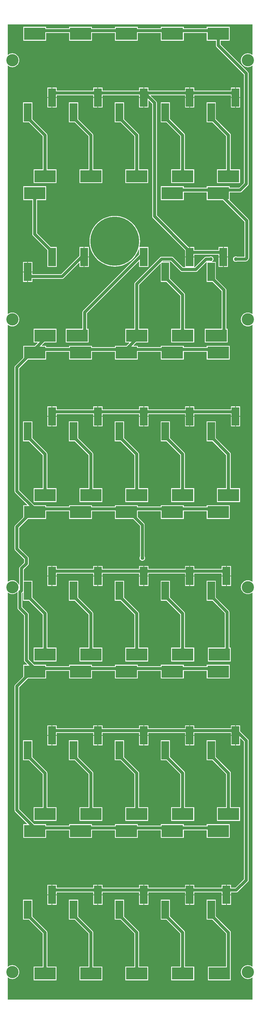
<source format=gtl>
%FSLAX44Y44*%
%MOMM*%
G71*
G01*
G75*
G04 Layer_Physical_Order=1*
G04 Layer_Color=255*
%ADD10R,2.5000X6.0000*%
%ADD11R,6.9850X4.0000*%
%ADD12C,1.0000*%
%ADD13C,16.0000*%
%ADD14C,4.0000*%
%ADD15C,1.2700*%
G36*
X810000Y3091834D02*
X808852Y3091291D01*
X807583Y3092332D01*
X803668Y3094425D01*
X799419Y3095714D01*
X795000Y3096149D01*
X790582Y3095714D01*
X786333Y3094425D01*
X782417Y3092332D01*
X778985Y3089515D01*
X776168Y3086083D01*
X774075Y3082167D01*
X772786Y3077919D01*
X772351Y3073500D01*
X772786Y3069081D01*
X774075Y3064832D01*
X776168Y3060917D01*
X778985Y3057485D01*
X782417Y3054668D01*
X786333Y3052575D01*
X790582Y3051286D01*
X795000Y3050851D01*
X799419Y3051286D01*
X803668Y3052575D01*
X807583Y3054668D01*
X808852Y3055709D01*
X810000Y3055166D01*
Y2246334D01*
X808852Y2245791D01*
X807583Y2246832D01*
X803668Y2248925D01*
X799419Y2250214D01*
X795000Y2250649D01*
X790582Y2250214D01*
X786333Y2248925D01*
X782417Y2246832D01*
X778985Y2244015D01*
X776168Y2240583D01*
X774075Y2236667D01*
X772786Y2232419D01*
X772351Y2228000D01*
X772786Y2223581D01*
X774075Y2219333D01*
X776168Y2215417D01*
X778985Y2211985D01*
X782417Y2209168D01*
X786333Y2207075D01*
X790582Y2205786D01*
X795000Y2205351D01*
X799419Y2205786D01*
X803668Y2207075D01*
X807583Y2209168D01*
X808852Y2210209D01*
X810000Y2209666D01*
Y1373334D01*
X808852Y1372791D01*
X807583Y1373832D01*
X803668Y1375925D01*
X799419Y1377214D01*
X795000Y1377649D01*
X790582Y1377214D01*
X786333Y1375925D01*
X782417Y1373832D01*
X778985Y1371015D01*
X776168Y1367583D01*
X774075Y1363667D01*
X772786Y1359419D01*
X772351Y1355000D01*
X772786Y1350581D01*
X774075Y1346333D01*
X776168Y1342417D01*
X778985Y1338985D01*
X782417Y1336168D01*
X786333Y1334075D01*
X790582Y1332786D01*
X795000Y1332351D01*
X799419Y1332786D01*
X803668Y1334075D01*
X807583Y1336168D01*
X808852Y1337209D01*
X810000Y1336666D01*
Y118334D01*
X808852Y117791D01*
X807583Y118832D01*
X803668Y120925D01*
X799419Y122214D01*
X795000Y122649D01*
X790582Y122214D01*
X786333Y120925D01*
X782417Y118832D01*
X778985Y116015D01*
X776168Y112583D01*
X774075Y108667D01*
X772786Y104418D01*
X772351Y100000D01*
X772786Y95581D01*
X774075Y91333D01*
X776168Y87417D01*
X778985Y83985D01*
X782417Y81168D01*
X786333Y79075D01*
X790582Y77786D01*
X795000Y77351D01*
X799419Y77786D01*
X803668Y79075D01*
X807583Y81168D01*
X808852Y82209D01*
X810000Y81666D01*
Y10000D01*
X10000D01*
Y81666D01*
X11148Y82209D01*
X12417Y81168D01*
X16333Y79075D01*
X20582Y77786D01*
X25000Y77351D01*
X29419Y77786D01*
X33668Y79075D01*
X37583Y81168D01*
X41015Y83985D01*
X43832Y87417D01*
X45925Y91333D01*
X47214Y95581D01*
X47649Y100000D01*
X47214Y104418D01*
X45925Y108667D01*
X43832Y112583D01*
X41015Y116015D01*
X37583Y118832D01*
X33668Y120925D01*
X29419Y122214D01*
X25000Y122649D01*
X20582Y122214D01*
X16333Y120925D01*
X12417Y118832D01*
X11148Y117791D01*
X10000Y118334D01*
Y1336666D01*
X11148Y1337209D01*
X12417Y1336168D01*
X16333Y1334075D01*
X20582Y1332786D01*
X25000Y1332351D01*
X29419Y1332786D01*
X33668Y1334075D01*
X37583Y1336168D01*
X41015Y1338985D01*
X41161Y1339162D01*
X41425Y1339128D01*
X42395Y1338781D01*
Y1287000D01*
X42654Y1285032D01*
X42877Y1284494D01*
X43414Y1283197D01*
X44622Y1281622D01*
X63395Y1262850D01*
Y1117020D01*
X63654Y1115052D01*
X63877Y1114514D01*
X64414Y1113217D01*
X65622Y1111642D01*
X73791Y1103473D01*
X73306Y1102300D01*
X60635D01*
Y1063210D01*
X34622Y1037198D01*
X33414Y1035622D01*
X32877Y1034325D01*
X32654Y1033788D01*
X32395Y1031820D01*
Y628020D01*
X32654Y626052D01*
X32877Y625514D01*
X33414Y624217D01*
X34622Y622642D01*
X73791Y583473D01*
X73306Y582300D01*
X60635D01*
Y537220D01*
X135565D01*
Y562315D01*
X210635D01*
Y537220D01*
X285565D01*
Y562315D01*
X360635D01*
Y537220D01*
X435565D01*
Y562315D01*
X510635D01*
Y537220D01*
X585565D01*
Y562315D01*
X660635D01*
Y537220D01*
X735565D01*
Y582300D01*
X660635D01*
Y577525D01*
X585565D01*
Y582300D01*
X510635D01*
Y577525D01*
X435565D01*
Y582300D01*
X360635D01*
Y577525D01*
X285565D01*
Y582300D01*
X210635D01*
Y577525D01*
X135565D01*
Y582300D01*
X96475D01*
X47605Y631170D01*
Y1028670D01*
X76155Y1057220D01*
X135565D01*
Y1082315D01*
X210635D01*
Y1057220D01*
X285565D01*
Y1082315D01*
X360635D01*
Y1057220D01*
X435565D01*
Y1082315D01*
X510635D01*
Y1057220D01*
X585565D01*
Y1082315D01*
X660635D01*
Y1057220D01*
X735565D01*
Y1102300D01*
X660635D01*
Y1097525D01*
X585565D01*
Y1102300D01*
X510635D01*
Y1097525D01*
X435565D01*
Y1102300D01*
X360635D01*
Y1097525D01*
X285565D01*
Y1102300D01*
X210635D01*
Y1097525D01*
X135565D01*
Y1102300D01*
X96475D01*
X78605Y1120170D01*
Y1266000D01*
X78346Y1267968D01*
X77901Y1269043D01*
X77586Y1269802D01*
X76378Y1271378D01*
X57605Y1290150D01*
Y1335850D01*
X59027Y1337272D01*
X60200Y1336785D01*
Y1310680D01*
X79245D01*
X124295Y1265630D01*
Y1157780D01*
X94435D01*
Y1112700D01*
X169365D01*
Y1157780D01*
X139505D01*
Y1268780D01*
X139246Y1270748D01*
X139023Y1271286D01*
X138486Y1272582D01*
X137278Y1274158D01*
X90280Y1321155D01*
Y1375760D01*
X62605D01*
Y1412850D01*
X76378Y1426622D01*
X77586Y1428197D01*
X77901Y1428957D01*
X78346Y1430032D01*
X78605Y1432000D01*
Y1449190D01*
X78346Y1451158D01*
X77966Y1452075D01*
X77586Y1452993D01*
X76378Y1454568D01*
X47605Y1483340D01*
Y1548670D01*
X76155Y1577220D01*
X135565D01*
Y1602315D01*
X210635D01*
Y1577220D01*
X285565D01*
Y1602315D01*
X360635D01*
Y1577220D01*
X420045D01*
X442395Y1554870D01*
Y1454692D01*
X442235Y1454483D01*
X441339Y1452321D01*
X441033Y1450000D01*
X441339Y1447679D01*
X442235Y1445517D01*
X443660Y1443660D01*
X445517Y1442235D01*
X447679Y1441339D01*
X450000Y1441033D01*
X452321Y1441339D01*
X454483Y1442235D01*
X456340Y1443660D01*
X457765Y1445517D01*
X458661Y1447679D01*
X458967Y1450000D01*
X458661Y1452321D01*
X457765Y1454483D01*
X457605Y1454692D01*
Y1558020D01*
X457346Y1559988D01*
X456966Y1560905D01*
X456586Y1561823D01*
X455378Y1563398D01*
X435565Y1583210D01*
Y1602315D01*
X510635D01*
Y1577220D01*
X585565D01*
Y1602315D01*
X660635D01*
Y1577220D01*
X735565D01*
Y1622300D01*
X660635D01*
Y1617525D01*
X585565D01*
Y1622300D01*
X510635D01*
Y1617525D01*
X435565D01*
Y1622300D01*
X360635D01*
Y1617525D01*
X285565D01*
Y1622300D01*
X210635D01*
Y1617525D01*
X135565D01*
Y1622300D01*
X96475D01*
X47605Y1671170D01*
Y2068670D01*
X76155Y2097220D01*
X135565D01*
Y2122315D01*
X210635D01*
Y2097220D01*
X285565D01*
Y2122315D01*
X360635D01*
Y2097220D01*
X435565D01*
Y2122315D01*
X510635D01*
Y2097220D01*
X585565D01*
Y2122315D01*
X660635D01*
Y2097220D01*
X735565D01*
Y2142300D01*
X660635D01*
Y2137525D01*
X585565D01*
Y2142300D01*
X510635D01*
Y2137525D01*
X435565D01*
Y2142300D01*
X421535D01*
X421049Y2143473D01*
X430275Y2152700D01*
X469365D01*
Y2197780D01*
X439505D01*
Y2340750D01*
X509027Y2410271D01*
X510200Y2409785D01*
Y2350680D01*
X529245D01*
X574295Y2305630D01*
Y2197780D01*
X544435D01*
Y2152700D01*
X619365D01*
Y2197780D01*
X589505D01*
Y2308780D01*
X589246Y2310748D01*
X588801Y2311823D01*
X588486Y2312583D01*
X587278Y2314158D01*
X540280Y2361155D01*
Y2415760D01*
X516175D01*
X515935Y2416339D01*
X516640Y2417395D01*
X542850D01*
X574622Y2385622D01*
X576198Y2384414D01*
X576957Y2384099D01*
X578032Y2383654D01*
X580000Y2383395D01*
X625000D01*
X626968Y2383654D01*
X627506Y2383877D01*
X628802Y2384414D01*
X630378Y2385622D01*
X659027Y2414272D01*
X660200Y2413786D01*
Y2350680D01*
X679245D01*
X709395Y2320530D01*
Y2197780D01*
X654435D01*
Y2152700D01*
X729365D01*
Y2197780D01*
X724605D01*
Y2323680D01*
X724346Y2325648D01*
X723966Y2326566D01*
X723586Y2327482D01*
X722378Y2329058D01*
X690280Y2361155D01*
Y2415760D01*
X678178D01*
X677930Y2417006D01*
X678483Y2417235D01*
X680340Y2418660D01*
X681765Y2420517D01*
X682661Y2422679D01*
X682967Y2425000D01*
X682661Y2427321D01*
X681765Y2429483D01*
X680340Y2431340D01*
X678483Y2432765D01*
X676321Y2433661D01*
X674000Y2433967D01*
X671679Y2433661D01*
X669517Y2432765D01*
X669308Y2432605D01*
X659000D01*
X657032Y2432346D01*
X655957Y2431901D01*
X655198Y2431586D01*
X653622Y2430378D01*
X621850Y2398605D01*
X620435D01*
X619800Y2399240D01*
X619800Y2399503D01*
X619800Y2399503D01*
X619800D01*
Y2430510D01*
X589720D01*
Y2399503D01*
X589720Y2399503D01*
X589720D01*
X589720Y2399240D01*
X589085Y2398605D01*
X583150D01*
X551378Y2430378D01*
X549803Y2431586D01*
X548506Y2432123D01*
X547968Y2432346D01*
X546000Y2432605D01*
X513000D01*
X511032Y2432346D01*
X510494Y2432123D01*
X509198Y2431586D01*
X507622Y2430378D01*
X426522Y2349278D01*
X425314Y2347702D01*
X424777Y2346406D01*
X424554Y2345868D01*
X424295Y2343900D01*
Y2197780D01*
X394435D01*
Y2152700D01*
X407105D01*
X407592Y2151527D01*
X398365Y2142300D01*
X360635D01*
Y2137525D01*
X285565D01*
Y2142300D01*
X210635D01*
Y2137525D01*
X135565D01*
Y2142300D01*
X121535D01*
X121048Y2143473D01*
X130275Y2152700D01*
X169365D01*
Y2197780D01*
X94435D01*
Y2152700D01*
X107106D01*
X107591Y2151527D01*
X98365Y2142300D01*
X60635D01*
Y2103210D01*
X34622Y2077198D01*
X33414Y2075623D01*
X32877Y2074326D01*
X32654Y2073788D01*
X32395Y2071820D01*
Y1668020D01*
X32654Y1666052D01*
X32877Y1665514D01*
X33414Y1664218D01*
X34622Y1662642D01*
X73791Y1623473D01*
X73306Y1622300D01*
X60635D01*
Y1583210D01*
X34622Y1557198D01*
X33414Y1555623D01*
X32877Y1554326D01*
X32654Y1553788D01*
X32395Y1551820D01*
Y1480190D01*
X32654Y1478222D01*
X32877Y1477684D01*
X33414Y1476387D01*
X34622Y1474812D01*
X63395Y1446040D01*
Y1435150D01*
X49622Y1421378D01*
X48414Y1419803D01*
X47877Y1418506D01*
X47654Y1417968D01*
X47395Y1416000D01*
Y1363150D01*
X46139Y1362963D01*
X45925Y1363667D01*
X43832Y1367583D01*
X41015Y1371015D01*
X37583Y1373832D01*
X33668Y1375925D01*
X29419Y1377214D01*
X25000Y1377649D01*
X20582Y1377214D01*
X16333Y1375925D01*
X12417Y1373832D01*
X11148Y1372791D01*
X10000Y1373334D01*
Y2209666D01*
X11148Y2210209D01*
X12417Y2209168D01*
X16333Y2207075D01*
X20582Y2205786D01*
X25000Y2205351D01*
X29419Y2205786D01*
X33668Y2207075D01*
X37583Y2209168D01*
X41015Y2211985D01*
X43832Y2215417D01*
X45925Y2219333D01*
X47214Y2223581D01*
X47649Y2228000D01*
X47214Y2232419D01*
X45925Y2236667D01*
X43832Y2240583D01*
X41015Y2244015D01*
X37583Y2246832D01*
X33668Y2248925D01*
X29419Y2250214D01*
X25000Y2250649D01*
X20582Y2250214D01*
X16333Y2248925D01*
X12417Y2246832D01*
X11148Y2245791D01*
X10000Y2246334D01*
Y3055166D01*
X11148Y3055709D01*
X12417Y3054668D01*
X16333Y3052575D01*
X20582Y3051286D01*
X25000Y3050851D01*
X29419Y3051286D01*
X33668Y3052575D01*
X37583Y3054668D01*
X41015Y3057485D01*
X43832Y3060917D01*
X45925Y3064832D01*
X47214Y3069081D01*
X47649Y3073500D01*
X47214Y3077919D01*
X45925Y3082167D01*
X43832Y3086083D01*
X41015Y3089515D01*
X37583Y3092332D01*
X33668Y3094425D01*
X29419Y3095714D01*
X25000Y3096149D01*
X20582Y3095714D01*
X16333Y3094425D01*
X12417Y3092332D01*
X11148Y3091291D01*
X10000Y3091834D01*
Y3190000D01*
X810000D01*
Y3091834D01*
D02*
G37*
%LPC*%
G36*
X603490Y904320D02*
X589720D01*
Y894625D01*
X469800D01*
Y904320D01*
X456030D01*
Y873050D01*
X469800D01*
Y879415D01*
X589720D01*
Y873050D01*
X603490D01*
Y904320D01*
D02*
G37*
G36*
X453490D02*
X439720D01*
Y894625D01*
X319800D01*
Y904320D01*
X306030D01*
Y873050D01*
X319800D01*
Y879415D01*
X439720D01*
Y873050D01*
X453490D01*
Y904320D01*
D02*
G37*
G36*
X303490D02*
X289720D01*
Y894625D01*
X169800D01*
Y904320D01*
X156030D01*
Y873050D01*
X169800D01*
Y879415D01*
X289720D01*
Y873050D01*
X303490D01*
Y904320D01*
D02*
G37*
G36*
X753490D02*
X739720D01*
Y894625D01*
X619800D01*
Y904320D01*
X606030D01*
Y873050D01*
X619800D01*
Y879415D01*
X739720D01*
Y873050D01*
X753490D01*
Y904320D01*
D02*
G37*
G36*
X540280Y1375760D02*
X510200D01*
Y1310680D01*
X529245D01*
X574295Y1265630D01*
Y1157780D01*
X544435D01*
Y1112700D01*
X619365D01*
Y1157780D01*
X589505D01*
Y1268780D01*
X589246Y1270748D01*
X588801Y1271823D01*
X588486Y1272582D01*
X587278Y1274158D01*
X540280Y1321155D01*
Y1375760D01*
D02*
G37*
G36*
X390280D02*
X360200D01*
Y1310680D01*
X379245D01*
X424295Y1265630D01*
Y1157780D01*
X394435D01*
Y1112700D01*
X469365D01*
Y1157780D01*
X439505D01*
Y1268780D01*
X439246Y1270748D01*
X438801Y1271823D01*
X438486Y1272582D01*
X437278Y1274158D01*
X390280Y1321155D01*
Y1375760D01*
D02*
G37*
G36*
X240280D02*
X210200D01*
Y1310680D01*
X229245D01*
X274295Y1265630D01*
Y1157780D01*
X244435D01*
Y1112700D01*
X319365D01*
Y1157780D01*
X289505D01*
Y1268780D01*
X289246Y1270748D01*
X289023Y1271286D01*
X288486Y1272582D01*
X287278Y1274158D01*
X240280Y1321155D01*
Y1375760D01*
D02*
G37*
G36*
X469800Y870510D02*
X456030D01*
Y839240D01*
X469800D01*
Y870510D01*
D02*
G37*
G36*
X453490D02*
X439720D01*
Y839240D01*
X453490D01*
Y870510D01*
D02*
G37*
G36*
X319800D02*
X306030D01*
Y839240D01*
X319800D01*
Y870510D01*
D02*
G37*
G36*
X603490D02*
X589720D01*
Y839240D01*
X603490D01*
Y870510D01*
D02*
G37*
G36*
X153490Y904320D02*
X139720D01*
Y873050D01*
X153490D01*
Y904320D01*
D02*
G37*
G36*
X753490Y870510D02*
X739720D01*
Y839240D01*
X753490D01*
Y870510D01*
D02*
G37*
G36*
X619800D02*
X606030D01*
Y839240D01*
X619800D01*
Y870510D01*
D02*
G37*
G36*
X723490Y1390510D02*
X709720D01*
Y1359240D01*
X723490D01*
Y1390510D01*
D02*
G37*
G36*
X619800D02*
X606030D01*
Y1359240D01*
X619800D01*
Y1390510D01*
D02*
G37*
G36*
X603490D02*
X589720D01*
Y1359240D01*
X603490D01*
Y1390510D01*
D02*
G37*
G36*
X739800D02*
X726030D01*
Y1359240D01*
X739800D01*
Y1390510D01*
D02*
G37*
G36*
X303490Y1424320D02*
X289720D01*
Y1414625D01*
X169800D01*
Y1424320D01*
X156030D01*
Y1393050D01*
X169800D01*
Y1399415D01*
X289720D01*
Y1393050D01*
X303490D01*
Y1424320D01*
D02*
G37*
G36*
X739800D02*
X726030D01*
Y1393050D01*
X739800D01*
Y1424320D01*
D02*
G37*
G36*
X153490D02*
X139720D01*
Y1393050D01*
X153490D01*
Y1424320D01*
D02*
G37*
G36*
X169800Y1390510D02*
X156030D01*
Y1359240D01*
X169800D01*
Y1390510D01*
D02*
G37*
G36*
X153490D02*
X139720D01*
Y1359240D01*
X153490D01*
Y1390510D01*
D02*
G37*
G36*
X690280Y1375760D02*
X660200D01*
Y1310680D01*
X679245D01*
X719395Y1270530D01*
Y1157780D01*
X664435D01*
Y1112700D01*
X739365D01*
Y1124016D01*
X739505Y1125080D01*
X739365Y1126144D01*
Y1157780D01*
X734605D01*
Y1273680D01*
X734346Y1275648D01*
X734123Y1276186D01*
X733586Y1277483D01*
X732378Y1279058D01*
X690280Y1321155D01*
Y1375760D01*
D02*
G37*
G36*
X303490Y1390510D02*
X289720D01*
Y1359240D01*
X303490D01*
Y1390510D01*
D02*
G37*
G36*
X469800D02*
X456030D01*
Y1359240D01*
X469800D01*
Y1390510D01*
D02*
G37*
G36*
X453490D02*
X439720D01*
Y1359240D01*
X453490D01*
Y1390510D01*
D02*
G37*
G36*
X319800D02*
X306030D01*
Y1359240D01*
X319800D01*
Y1390510D01*
D02*
G37*
G36*
X303490Y870510D02*
X289720D01*
Y839240D01*
X303490D01*
Y870510D01*
D02*
G37*
G36*
X453490Y350510D02*
X439720D01*
Y319240D01*
X453490D01*
Y350510D01*
D02*
G37*
G36*
X319800D02*
X306030D01*
Y319240D01*
X319800D01*
Y350510D01*
D02*
G37*
G36*
X303490D02*
X289720D01*
Y319240D01*
X303490D01*
Y350510D01*
D02*
G37*
G36*
X469800D02*
X456030D01*
Y319240D01*
X469800D01*
Y350510D01*
D02*
G37*
G36*
X723490D02*
X709720D01*
Y319240D01*
X723490D01*
Y350510D01*
D02*
G37*
G36*
X619800D02*
X606030D01*
Y319240D01*
X619800D01*
Y350510D01*
D02*
G37*
G36*
X603490D02*
X589720D01*
Y319240D01*
X603490D01*
Y350510D01*
D02*
G37*
G36*
X390280Y335760D02*
X360200D01*
Y270680D01*
X379245D01*
X424295Y225630D01*
Y117780D01*
X394435D01*
Y72700D01*
X469365D01*
Y117780D01*
X439505D01*
Y228780D01*
X439246Y230748D01*
X438801Y231823D01*
X438486Y232582D01*
X437278Y234158D01*
X390280Y281155D01*
Y335760D01*
D02*
G37*
G36*
X240280D02*
X210200D01*
Y270680D01*
X229245D01*
X274295Y225630D01*
Y117780D01*
X244435D01*
Y72700D01*
X319365D01*
Y117780D01*
X289505D01*
Y228780D01*
X289246Y230748D01*
X289023Y231286D01*
X288486Y232582D01*
X287278Y234158D01*
X240280Y281155D01*
Y335760D01*
D02*
G37*
G36*
X90280D02*
X60200D01*
Y270680D01*
X79245D01*
X124295Y225630D01*
Y117780D01*
X94435D01*
Y72700D01*
X169365D01*
Y117780D01*
X139505D01*
Y228780D01*
X139246Y230748D01*
X139023Y231286D01*
X138486Y232582D01*
X137278Y234158D01*
X90280Y281155D01*
Y335760D01*
D02*
G37*
G36*
X540280D02*
X510200D01*
Y270680D01*
X529245D01*
X574295Y225630D01*
Y117780D01*
X544435D01*
Y72700D01*
X619365D01*
Y117780D01*
X589505D01*
Y228780D01*
X589246Y230748D01*
X588801Y231823D01*
X588486Y232582D01*
X587278Y234158D01*
X540280Y281155D01*
Y335760D01*
D02*
G37*
G36*
X169800Y350510D02*
X156030D01*
Y319240D01*
X169800D01*
Y350510D01*
D02*
G37*
G36*
X153490D02*
X139720D01*
Y319240D01*
X153490D01*
Y350510D01*
D02*
G37*
G36*
X690280Y335760D02*
X660200D01*
Y270680D01*
X679245D01*
X724295Y225630D01*
Y117780D01*
X664435D01*
Y72700D01*
X739365D01*
Y84016D01*
X739505Y85080D01*
Y228780D01*
X739246Y230748D01*
X738801Y231823D01*
X738486Y232582D01*
X737278Y234158D01*
X690280Y281155D01*
Y335760D01*
D02*
G37*
G36*
X390280Y855760D02*
X360200D01*
Y790680D01*
X379245D01*
X424295Y745630D01*
Y637780D01*
X394435D01*
Y592700D01*
X469365D01*
Y637780D01*
X439505D01*
Y748780D01*
X439246Y750748D01*
X438801Y751823D01*
X438486Y752582D01*
X437278Y754158D01*
X390280Y801155D01*
Y855760D01*
D02*
G37*
G36*
X240280D02*
X210200D01*
Y790680D01*
X229245D01*
X274295Y745630D01*
Y637780D01*
X244435D01*
Y592700D01*
X319365D01*
Y637780D01*
X289505D01*
Y748780D01*
X289246Y750748D01*
X289023Y751286D01*
X288486Y752582D01*
X287278Y754158D01*
X240280Y801155D01*
Y855760D01*
D02*
G37*
G36*
X90280D02*
X60200D01*
Y790680D01*
X79245D01*
X124295Y745630D01*
Y637780D01*
X94435D01*
Y592700D01*
X169365D01*
Y637780D01*
X139505D01*
Y748780D01*
X139246Y750748D01*
X139023Y751286D01*
X138486Y752582D01*
X137278Y754158D01*
X90280Y801155D01*
Y855760D01*
D02*
G37*
G36*
X540280D02*
X510200D01*
Y790680D01*
X529245D01*
X574295Y745630D01*
Y637780D01*
X544435D01*
Y592700D01*
X619365D01*
Y637780D01*
X589505D01*
Y748780D01*
X589246Y750748D01*
X588801Y751823D01*
X588486Y752582D01*
X587278Y754158D01*
X540280Y801155D01*
Y855760D01*
D02*
G37*
G36*
X169800Y870510D02*
X156030D01*
Y839240D01*
X169800D01*
Y870510D01*
D02*
G37*
G36*
X153490D02*
X139720D01*
Y839240D01*
X153490D01*
Y870510D01*
D02*
G37*
G36*
X690280Y855760D02*
X660200D01*
Y790680D01*
X679245D01*
X724295Y745630D01*
Y637780D01*
X694435D01*
Y592700D01*
X769365D01*
Y637780D01*
X739505D01*
Y748780D01*
X739246Y750748D01*
X738801Y751823D01*
X738486Y752582D01*
X737278Y754158D01*
X690280Y801155D01*
Y855760D01*
D02*
G37*
G36*
X303490Y384320D02*
X289720D01*
Y374625D01*
X169800D01*
Y384320D01*
X156030D01*
Y353050D01*
X169800D01*
Y359415D01*
X289720D01*
Y353050D01*
X303490D01*
Y384320D01*
D02*
G37*
G36*
X153490D02*
X139720D01*
Y353050D01*
X153490D01*
Y384320D01*
D02*
G37*
G36*
X739800Y350510D02*
X726030D01*
Y319240D01*
X739800D01*
Y350510D01*
D02*
G37*
G36*
X453490Y384320D02*
X439720D01*
Y374625D01*
X319800D01*
Y384320D01*
X306030D01*
Y353050D01*
X319800D01*
Y359415D01*
X439720D01*
Y353050D01*
X453490D01*
Y384320D01*
D02*
G37*
G36*
X769800Y904320D02*
X756030D01*
Y871780D01*
Y839240D01*
X769800D01*
Y862105D01*
X770973Y862591D01*
X782395Y851170D01*
Y402870D01*
X754150Y374625D01*
X739800D01*
Y384320D01*
X726030D01*
Y353050D01*
X739800D01*
Y359415D01*
X757300D01*
X759268Y359674D01*
X759806Y359897D01*
X761103Y360434D01*
X762678Y361642D01*
X795378Y394342D01*
X796586Y395917D01*
X797123Y397214D01*
X797346Y397752D01*
X797605Y399720D01*
Y854320D01*
X797346Y856288D01*
X797123Y856826D01*
X796586Y858122D01*
X795378Y859698D01*
X769800Y885275D01*
Y904320D01*
D02*
G37*
G36*
X723490Y384320D02*
X709720D01*
Y374625D01*
X619800D01*
Y384320D01*
X606030D01*
Y353050D01*
X619800D01*
Y359415D01*
X709720D01*
Y353050D01*
X723490D01*
Y384320D01*
D02*
G37*
G36*
X603490D02*
X589720D01*
Y374625D01*
X469800D01*
Y384320D01*
X456030D01*
Y353050D01*
X469800D01*
Y359415D01*
X589720D01*
Y353050D01*
X603490D01*
Y384320D01*
D02*
G37*
G36*
X390280Y2935760D02*
X360200D01*
Y2870680D01*
X379245D01*
X424295Y2825630D01*
Y2717780D01*
X394435D01*
Y2672700D01*
X469365D01*
Y2717780D01*
X439505D01*
Y2828780D01*
X439246Y2830748D01*
X438801Y2831823D01*
X438486Y2832582D01*
X437278Y2834158D01*
X390280Y2881155D01*
Y2935760D01*
D02*
G37*
G36*
X240280D02*
X210200D01*
Y2870680D01*
X229245D01*
X274295Y2825630D01*
Y2717780D01*
X244435D01*
Y2672700D01*
X319365D01*
Y2717780D01*
X289505D01*
Y2828780D01*
X289246Y2830748D01*
X289023Y2831286D01*
X288486Y2832582D01*
X287278Y2834158D01*
X240280Y2881155D01*
Y2935760D01*
D02*
G37*
G36*
X90280D02*
X60200D01*
Y2870680D01*
X79245D01*
X124295Y2825630D01*
Y2717780D01*
X94435D01*
Y2672700D01*
X169365D01*
Y2717780D01*
X139505D01*
Y2828780D01*
X139246Y2830748D01*
X139023Y2831286D01*
X138486Y2832582D01*
X137278Y2834158D01*
X90280Y2881155D01*
Y2935760D01*
D02*
G37*
G36*
X540280D02*
X510200D01*
Y2870680D01*
X529245D01*
X574295Y2825630D01*
Y2717780D01*
X544435D01*
Y2672700D01*
X619365D01*
Y2717780D01*
X589505D01*
Y2828780D01*
X589246Y2830748D01*
X588801Y2831823D01*
X588486Y2832582D01*
X587278Y2834158D01*
X540280Y2881155D01*
Y2935760D01*
D02*
G37*
G36*
X169800Y2950510D02*
X156030D01*
Y2919240D01*
X169800D01*
Y2950510D01*
D02*
G37*
G36*
X153490D02*
X139720D01*
Y2919240D01*
X153490D01*
Y2950510D01*
D02*
G37*
G36*
X690280Y2935760D02*
X660200D01*
Y2870680D01*
X679245D01*
X724295Y2825630D01*
Y2717780D01*
X694435D01*
Y2672700D01*
X769365D01*
Y2717780D01*
X739505D01*
Y2828780D01*
X739246Y2830748D01*
X738801Y2831823D01*
X738486Y2832582D01*
X737278Y2834158D01*
X690280Y2881155D01*
Y2935760D01*
D02*
G37*
G36*
X713490Y2430510D02*
X699720D01*
Y2399240D01*
X713490D01*
Y2430510D01*
D02*
G37*
G36*
X360000Y2565640D02*
X351900Y2565242D01*
X343878Y2564052D01*
X336011Y2562081D01*
X328375Y2559349D01*
X321044Y2555882D01*
X314088Y2551712D01*
X307574Y2546881D01*
X301565Y2541435D01*
X296119Y2535426D01*
X291288Y2528912D01*
X287118Y2521956D01*
X283651Y2514625D01*
X280919Y2506989D01*
X278948Y2499122D01*
X277759Y2491100D01*
X277361Y2483000D01*
X277759Y2474900D01*
X278948Y2466878D01*
X280919Y2459011D01*
X283651Y2451375D01*
X287118Y2444044D01*
X291288Y2437088D01*
X296119Y2430574D01*
X301565Y2424565D01*
X307574Y2419119D01*
X314088Y2414288D01*
X321044Y2410118D01*
X328375Y2406651D01*
X336011Y2403919D01*
X343878Y2401948D01*
X351900Y2400758D01*
X360000Y2400361D01*
X368100Y2400758D01*
X376122Y2401948D01*
X383989Y2403919D01*
X391625Y2406651D01*
X398956Y2410118D01*
X405912Y2414288D01*
X412426Y2419119D01*
X418435Y2424565D01*
X423881Y2430574D01*
X428712Y2437088D01*
X432882Y2444044D01*
X436349Y2451375D01*
X438469Y2457299D01*
X439720Y2457082D01*
Y2440195D01*
X256522Y2256998D01*
X255314Y2255423D01*
X254777Y2254126D01*
X254554Y2253588D01*
X254295Y2251620D01*
Y2197780D01*
X199435D01*
Y2152700D01*
X274365D01*
Y2197780D01*
X269505D01*
Y2248470D01*
X438547Y2417511D01*
X439720Y2417025D01*
Y2399240D01*
X469800D01*
Y2464320D01*
X441443D01*
X440662Y2465321D01*
X441052Y2466878D01*
X442242Y2474900D01*
X442640Y2483000D01*
X442242Y2491100D01*
X441052Y2499122D01*
X439081Y2506989D01*
X436349Y2514625D01*
X432882Y2521956D01*
X428712Y2528912D01*
X423881Y2535426D01*
X418435Y2541435D01*
X412426Y2546881D01*
X405912Y2551712D01*
X398956Y2555882D01*
X391625Y2559349D01*
X383989Y2562081D01*
X376122Y2564052D01*
X368100Y2565242D01*
X360000Y2565640D01*
D02*
G37*
G36*
X274800Y2430510D02*
X261030D01*
Y2399240D01*
X274800D01*
Y2430510D01*
D02*
G37*
G36*
X729800D02*
X716030D01*
Y2399240D01*
X729800D01*
Y2430510D01*
D02*
G37*
G36*
X713490Y2464320D02*
X699720D01*
Y2454625D01*
X619800D01*
Y2464320D01*
X606030D01*
Y2433050D01*
X619800D01*
Y2439415D01*
X699720D01*
Y2433050D01*
X713490D01*
Y2464320D01*
D02*
G37*
G36*
X729800D02*
X716030D01*
Y2433050D01*
X729800D01*
Y2464320D01*
D02*
G37*
G36*
X274800D02*
X261030D01*
Y2433050D01*
X274800D01*
Y2464320D01*
D02*
G37*
G36*
X303490Y2984320D02*
X289720D01*
Y2974625D01*
X169800D01*
Y2984320D01*
X156030D01*
Y2953050D01*
X169800D01*
Y2959415D01*
X289720D01*
Y2953050D01*
X303490D01*
Y2984320D01*
D02*
G37*
G36*
X769800D02*
X756030D01*
Y2953050D01*
X769800D01*
Y2984320D01*
D02*
G37*
G36*
X153490D02*
X139720D01*
Y2953050D01*
X153490D01*
Y2984320D01*
D02*
G37*
G36*
X453490D02*
X439720D01*
Y2974625D01*
X319800D01*
Y2984320D01*
X306030D01*
Y2953050D01*
X319800D01*
Y2959415D01*
X439720D01*
Y2953050D01*
X453490D01*
Y2984320D01*
D02*
G37*
G36*
X735565Y3182300D02*
X660635D01*
Y3177525D01*
X585565D01*
Y3182300D01*
X510635D01*
Y3177525D01*
X435565D01*
Y3182300D01*
X360635D01*
Y3177525D01*
X285565D01*
Y3182300D01*
X210635D01*
Y3177525D01*
X135565D01*
Y3182300D01*
X60635D01*
Y3137220D01*
X135565D01*
Y3162315D01*
X210635D01*
Y3137220D01*
X285565D01*
Y3162315D01*
X360635D01*
Y3137220D01*
X435565D01*
Y3162315D01*
X510635D01*
Y3137220D01*
X585565D01*
Y3162315D01*
X660635D01*
Y3137220D01*
X690495D01*
Y3121900D01*
X690754Y3119932D01*
X690977Y3119395D01*
X691514Y3118098D01*
X692722Y3116523D01*
X782395Y3026850D01*
Y2673150D01*
X766770Y2657525D01*
X735565D01*
Y2662300D01*
X660635D01*
Y2657525D01*
X585565D01*
Y2662300D01*
X510635D01*
Y2617220D01*
X585565D01*
Y2642315D01*
X660635D01*
Y2617220D01*
X713395D01*
X783605Y2547010D01*
Y2432605D01*
X760420D01*
X760211Y2432765D01*
X758048Y2433661D01*
X755727Y2433967D01*
X753407Y2433661D01*
X751244Y2432765D01*
X749387Y2431340D01*
X747962Y2429483D01*
X747066Y2427321D01*
X746761Y2425000D01*
X747066Y2422679D01*
X747962Y2420517D01*
X749387Y2418660D01*
X751244Y2417235D01*
X753407Y2416339D01*
X755727Y2416033D01*
X758048Y2416339D01*
X760211Y2417235D01*
X760420Y2417395D01*
X787970D01*
X789938Y2417654D01*
X790476Y2417877D01*
X791773Y2418414D01*
X793348Y2419622D01*
X796588Y2422862D01*
X797796Y2424438D01*
X798333Y2425734D01*
X798556Y2426272D01*
X798815Y2428240D01*
Y2550160D01*
X798556Y2552128D01*
X798333Y2552666D01*
X797796Y2553963D01*
X796588Y2555538D01*
X735372Y2616754D01*
X735565Y2617220D01*
X735565D01*
X735565Y2617220D01*
Y2642315D01*
X769920D01*
X771888Y2642574D01*
X772426Y2642797D01*
X773723Y2643334D01*
X775298Y2644543D01*
X795378Y2664622D01*
X796586Y2666198D01*
X797123Y2667495D01*
X797346Y2668032D01*
X797605Y2670000D01*
Y3030000D01*
X797346Y3031968D01*
X796901Y3033043D01*
X796586Y3033802D01*
X795378Y3035378D01*
X705705Y3125050D01*
Y3137220D01*
X735565D01*
Y3182300D01*
D02*
G37*
G36*
X753490Y2984320D02*
X739720D01*
Y2974625D01*
X619800D01*
Y2984320D01*
X606030D01*
Y2953050D01*
X619800D01*
Y2959415D01*
X739720D01*
Y2953050D01*
X753490D01*
Y2984320D01*
D02*
G37*
G36*
X603490D02*
X589720D01*
Y2974625D01*
X469800D01*
Y2984320D01*
X456030D01*
Y2951780D01*
Y2919240D01*
X469800D01*
Y2942105D01*
X470973Y2942592D01*
X482395Y2931170D01*
Y2564320D01*
X482654Y2562352D01*
X482877Y2561814D01*
X483414Y2560518D01*
X484622Y2558942D01*
X589720Y2453845D01*
Y2433050D01*
X603490D01*
Y2464320D01*
X600755D01*
X497605Y2567470D01*
Y2934320D01*
X497346Y2936288D01*
X496966Y2937206D01*
X496586Y2938123D01*
X495378Y2939698D01*
X476834Y2958242D01*
X477320Y2959415D01*
X589720D01*
Y2953050D01*
X603490D01*
Y2984320D01*
D02*
G37*
G36*
X453490Y2950510D02*
X439720D01*
Y2919240D01*
X453490D01*
Y2950510D01*
D02*
G37*
G36*
X319800D02*
X306030D01*
Y2919240D01*
X319800D01*
Y2950510D01*
D02*
G37*
G36*
X303490D02*
X289720D01*
Y2919240D01*
X303490D01*
Y2950510D01*
D02*
G37*
G36*
X603490D02*
X589720D01*
Y2919240D01*
X603490D01*
Y2950510D01*
D02*
G37*
G36*
X769800D02*
X756030D01*
Y2919240D01*
X769800D01*
Y2950510D01*
D02*
G37*
G36*
X753490D02*
X739720D01*
Y2919240D01*
X753490D01*
Y2950510D01*
D02*
G37*
G36*
X619800D02*
X606030D01*
Y2919240D01*
X619800D01*
Y2950510D01*
D02*
G37*
G36*
X258490Y2464320D02*
X244720D01*
Y2435475D01*
X184830Y2375585D01*
X90280D01*
Y2381950D01*
X76510D01*
Y2350680D01*
X90280D01*
Y2360375D01*
X187980D01*
X189948Y2360634D01*
X190485Y2360857D01*
X191782Y2361394D01*
X193358Y2362602D01*
X243547Y2412791D01*
X244720Y2412305D01*
Y2399240D01*
X258490D01*
Y2431780D01*
Y2464320D01*
D02*
G37*
G36*
X169800Y1910510D02*
X156030D01*
Y1879240D01*
X169800D01*
Y1910510D01*
D02*
G37*
G36*
X153490D02*
X139720D01*
Y1879240D01*
X153490D01*
Y1910510D01*
D02*
G37*
G36*
X690280Y1895760D02*
X660200D01*
Y1830680D01*
X679245D01*
X724295Y1785630D01*
Y1677780D01*
X694435D01*
Y1632700D01*
X769365D01*
Y1677780D01*
X739505D01*
Y1788780D01*
X739246Y1790748D01*
X738801Y1791823D01*
X738486Y1792583D01*
X737278Y1794158D01*
X690280Y1841155D01*
Y1895760D01*
D02*
G37*
G36*
X303490Y1910510D02*
X289720D01*
Y1879240D01*
X303490D01*
Y1910510D01*
D02*
G37*
G36*
X469800D02*
X456030D01*
Y1879240D01*
X469800D01*
Y1910510D01*
D02*
G37*
G36*
X453490D02*
X439720D01*
Y1879240D01*
X453490D01*
Y1910510D01*
D02*
G37*
G36*
X319800D02*
X306030D01*
Y1879240D01*
X319800D01*
Y1910510D01*
D02*
G37*
G36*
X723490Y1424320D02*
X709720D01*
Y1414625D01*
X619800D01*
Y1424320D01*
X606030D01*
Y1393050D01*
X619800D01*
Y1399415D01*
X709720D01*
Y1393050D01*
X723490D01*
Y1424320D01*
D02*
G37*
G36*
X603490D02*
X589720D01*
Y1414625D01*
X469800D01*
Y1424320D01*
X456030D01*
Y1393050D01*
X469800D01*
Y1399415D01*
X589720D01*
Y1393050D01*
X603490D01*
Y1424320D01*
D02*
G37*
G36*
X453490D02*
X439720D01*
Y1414625D01*
X319800D01*
Y1424320D01*
X306030D01*
Y1393050D01*
X319800D01*
Y1399415D01*
X439720D01*
Y1393050D01*
X453490D01*
Y1424320D01*
D02*
G37*
G36*
X90280Y1895760D02*
X60200D01*
Y1830680D01*
X79245D01*
X124295Y1785630D01*
Y1677780D01*
X94435D01*
Y1632700D01*
X169365D01*
Y1677780D01*
X139505D01*
Y1788780D01*
X139246Y1790748D01*
X139023Y1791286D01*
X138486Y1792583D01*
X137278Y1794158D01*
X90280Y1841155D01*
Y1895760D01*
D02*
G37*
G36*
X540280D02*
X510200D01*
Y1830680D01*
X529245D01*
X574295Y1785630D01*
Y1677780D01*
X544435D01*
Y1632700D01*
X619365D01*
Y1677780D01*
X589505D01*
Y1788780D01*
X589246Y1790748D01*
X588801Y1791823D01*
X588486Y1792583D01*
X587278Y1794158D01*
X540280Y1841155D01*
Y1895760D01*
D02*
G37*
G36*
X390280D02*
X360200D01*
Y1830680D01*
X379245D01*
X424295Y1785630D01*
Y1677780D01*
X394435D01*
Y1632700D01*
X469365D01*
Y1677780D01*
X439505D01*
Y1788780D01*
X439246Y1790748D01*
X438801Y1791823D01*
X438486Y1792583D01*
X437278Y1794158D01*
X390280Y1841155D01*
Y1895760D01*
D02*
G37*
G36*
X240280D02*
X210200D01*
Y1830680D01*
X229245D01*
X274295Y1785630D01*
Y1677780D01*
X244435D01*
Y1632700D01*
X319365D01*
Y1677780D01*
X289505D01*
Y1788780D01*
X289246Y1790748D01*
X289023Y1791286D01*
X288486Y1792583D01*
X287278Y1794158D01*
X240280Y1841155D01*
Y1895760D01*
D02*
G37*
G36*
X753490Y1944320D02*
X739720D01*
Y1934625D01*
X619800D01*
Y1944320D01*
X606030D01*
Y1913050D01*
X619800D01*
Y1919415D01*
X739720D01*
Y1913050D01*
X753490D01*
Y1944320D01*
D02*
G37*
G36*
X603490D02*
X589720D01*
Y1934625D01*
X469800D01*
Y1944320D01*
X456030D01*
Y1913050D01*
X469800D01*
Y1919415D01*
X589720D01*
Y1913050D01*
X603490D01*
Y1944320D01*
D02*
G37*
G36*
X453490D02*
X439720D01*
Y1934625D01*
X319800D01*
Y1944320D01*
X306030D01*
Y1913050D01*
X319800D01*
Y1919415D01*
X439720D01*
Y1913050D01*
X453490D01*
Y1944320D01*
D02*
G37*
G36*
X73970Y2381950D02*
X60200D01*
Y2350680D01*
X73970D01*
Y2381950D01*
D02*
G37*
G36*
X135565Y2662300D02*
X60635D01*
Y2617220D01*
X90495D01*
Y2506220D01*
X90754Y2504252D01*
X90977Y2503714D01*
X91514Y2502417D01*
X92722Y2500842D01*
X139720Y2453845D01*
Y2399240D01*
X169800D01*
Y2464320D01*
X150755D01*
X105705Y2509370D01*
Y2617220D01*
X135565D01*
Y2662300D01*
D02*
G37*
G36*
X90280Y2415760D02*
X76510D01*
Y2384490D01*
X90280D01*
Y2415760D01*
D02*
G37*
G36*
X73970D02*
X60200D01*
Y2384490D01*
X73970D01*
Y2415760D01*
D02*
G37*
G36*
X753490Y1910510D02*
X739720D01*
Y1879240D01*
X753490D01*
Y1910510D01*
D02*
G37*
G36*
X619800D02*
X606030D01*
Y1879240D01*
X619800D01*
Y1910510D01*
D02*
G37*
G36*
X603490D02*
X589720D01*
Y1879240D01*
X603490D01*
Y1910510D01*
D02*
G37*
G36*
X769800D02*
X756030D01*
Y1879240D01*
X769800D01*
Y1910510D01*
D02*
G37*
G36*
X303490Y1944320D02*
X289720D01*
Y1934625D01*
X169800D01*
Y1944320D01*
X156030D01*
Y1913050D01*
X169800D01*
Y1919415D01*
X289720D01*
Y1913050D01*
X303490D01*
Y1944320D01*
D02*
G37*
G36*
X769800D02*
X756030D01*
Y1913050D01*
X769800D01*
Y1944320D01*
D02*
G37*
G36*
X153490D02*
X139720D01*
Y1913050D01*
X153490D01*
Y1944320D01*
D02*
G37*
%LPD*%
D10*
X675240Y2903220D02*
D03*
X525240D02*
D03*
X375240D02*
D03*
X225240D02*
D03*
X75240D02*
D03*
X154760Y2951780D02*
D03*
X304760D02*
D03*
X454760D02*
D03*
X604760D02*
D03*
X754760D02*
D03*
X675240Y2383220D02*
D03*
X525240D02*
D03*
X75240D02*
D03*
X154760Y2431780D02*
D03*
X454760D02*
D03*
X259760D02*
D03*
X604760D02*
D03*
X714760D02*
D03*
X675240Y1863220D02*
D03*
X525240D02*
D03*
X375240D02*
D03*
X225240D02*
D03*
X75240D02*
D03*
X154760Y1911780D02*
D03*
X304760D02*
D03*
X454760D02*
D03*
X604760D02*
D03*
X754760D02*
D03*
X675240Y1343220D02*
D03*
X525240D02*
D03*
X375240D02*
D03*
X225240D02*
D03*
X75240D02*
D03*
X154760Y1391780D02*
D03*
X304760D02*
D03*
X454760D02*
D03*
X604760D02*
D03*
X724760D02*
D03*
X675240Y823220D02*
D03*
X525240D02*
D03*
X375240D02*
D03*
X225240D02*
D03*
X75240D02*
D03*
X154760Y871780D02*
D03*
X304760D02*
D03*
X454760D02*
D03*
X604760D02*
D03*
X754760D02*
D03*
X675240Y303220D02*
D03*
X525240D02*
D03*
X375240D02*
D03*
X225240D02*
D03*
X75240D02*
D03*
X154760Y351780D02*
D03*
X304760D02*
D03*
X454760D02*
D03*
X604760D02*
D03*
X724760D02*
D03*
D11*
X698100Y3159760D02*
D03*
X548100D02*
D03*
X398100D02*
D03*
X248100D02*
D03*
X98100D02*
D03*
X131900Y2695240D02*
D03*
X281900D02*
D03*
X431900D02*
D03*
X581900D02*
D03*
X731900D02*
D03*
X698100Y2639760D02*
D03*
X548100D02*
D03*
X98100D02*
D03*
X131900Y2175240D02*
D03*
X431900D02*
D03*
X236900D02*
D03*
X581900D02*
D03*
X691900D02*
D03*
X698100Y2119760D02*
D03*
X548100D02*
D03*
X398100D02*
D03*
X248100D02*
D03*
X98100D02*
D03*
X131900Y1655240D02*
D03*
X281900D02*
D03*
X431900D02*
D03*
X581900D02*
D03*
X731900D02*
D03*
X698100Y1599760D02*
D03*
X548100D02*
D03*
X398100D02*
D03*
X248100D02*
D03*
X98100D02*
D03*
X131900Y1135240D02*
D03*
X281900D02*
D03*
X431900D02*
D03*
X581900D02*
D03*
X701900D02*
D03*
X698100Y1079760D02*
D03*
X548100D02*
D03*
X398100D02*
D03*
X248100D02*
D03*
X98100D02*
D03*
X131900Y615240D02*
D03*
X281900D02*
D03*
X431900D02*
D03*
X581900D02*
D03*
X731900D02*
D03*
X698100Y559760D02*
D03*
X548100D02*
D03*
X398100D02*
D03*
X248100D02*
D03*
X98100D02*
D03*
X131900Y95240D02*
D03*
X281900D02*
D03*
X431900D02*
D03*
X581900D02*
D03*
X701900D02*
D03*
D12*
X672700Y1327980D02*
X727000Y1273680D01*
Y1129980D02*
Y1273680D01*
Y1129980D02*
X731900Y1125080D01*
X672700Y2367980D02*
X717000Y2323680D01*
Y2165080D02*
Y2323680D01*
X450000Y1450000D02*
Y1558020D01*
X398100Y1609920D02*
X450000Y1558020D01*
Y1380000D02*
X457300Y1387300D01*
Y1407020D01*
X261900Y2251620D02*
X457300Y2447020D01*
X261900Y2165080D02*
Y2251620D01*
X398100Y2131280D02*
X431900Y2165080D01*
X790000Y2670000D02*
Y3030000D01*
X698100Y3121900D02*
X790000Y3030000D01*
X698100Y3121900D02*
Y3169920D01*
X769920Y2649920D02*
X790000Y2670000D01*
X698100Y2649920D02*
X769920D01*
X490000Y2564320D02*
X607300Y2447020D01*
X457300Y2967020D02*
X490000Y2934320D01*
Y2564320D02*
Y2934320D01*
X695960Y2645410D02*
Y2649920D01*
X731900Y2685080D02*
Y2828780D01*
X40000Y2071820D02*
X98100Y2129920D01*
X40000Y1668020D02*
Y2071820D01*
Y1668020D02*
X98100Y1609920D01*
X40000Y1551820D02*
X98100Y1609920D01*
X40000Y1480190D02*
Y1551820D01*
Y1031820D02*
X98100Y1089920D01*
X40000Y628020D02*
Y1031820D01*
Y628020D02*
X98100Y569920D01*
X757300Y887020D02*
X790000Y854320D01*
Y399720D02*
Y854320D01*
X757300Y367020D02*
X790000Y399720D01*
X791210Y2428240D02*
Y2550160D01*
X695960Y2645410D02*
X791210Y2550160D01*
X548100Y2649920D02*
X695960D01*
X98100Y2131280D02*
X131900Y2165080D01*
X98100Y2129920D02*
Y2131280D01*
Y3169920D02*
X698100D01*
X607300Y2967020D02*
X757300D01*
X457300D02*
X607300D01*
X307300D02*
X457300D01*
X157300D02*
X307300D01*
X72700Y2887980D02*
X131900Y2828780D01*
Y2685080D02*
Y2828780D01*
X222700Y2887980D02*
X281900Y2828780D01*
Y2685080D02*
Y2828780D01*
X372700Y2887980D02*
X431900Y2828780D01*
Y2685080D02*
Y2828780D01*
X522700Y2887980D02*
X581900Y2828780D01*
Y2685080D02*
Y2828780D01*
X672700Y2887980D02*
X731900Y2828780D01*
X522700Y2367980D02*
X581900Y2308780D01*
Y2165080D02*
Y2308780D01*
X607300Y2447020D02*
X717000D01*
X98100Y2506220D02*
X157300Y2447020D01*
X98100Y2506220D02*
Y2649920D01*
Y2129920D02*
X698100D01*
X607300Y1927020D02*
X757300D01*
X457300D02*
X607300D01*
X307300D02*
X457300D01*
X157300D02*
X307300D01*
X672700Y1847980D02*
X731900Y1788780D01*
Y1645080D02*
Y1788780D01*
X522700Y1847980D02*
X581900Y1788780D01*
Y1645080D02*
Y1788780D01*
X372700Y1847980D02*
X431900Y1788780D01*
Y1645080D02*
Y1788780D01*
X222700Y1847980D02*
X281900Y1788780D01*
Y1645080D02*
Y1788780D01*
X72700Y1847980D02*
X131900Y1788780D01*
Y1645080D02*
Y1788780D01*
X398100Y1609920D02*
X698100D01*
X98100D02*
X398100D01*
X607300Y1407020D02*
X727000D01*
X457300D02*
X607300D01*
X307300D02*
X457300D01*
X157300D02*
X307300D01*
X522700Y1327980D02*
X581900Y1268780D01*
Y1125080D02*
Y1268780D01*
X372700Y1327980D02*
X431900Y1268780D01*
Y1125080D02*
Y1268780D01*
X222700Y1327980D02*
X281900Y1268780D01*
Y1125080D02*
Y1268780D01*
X72700Y1327980D02*
X131900Y1268780D01*
Y1125080D02*
Y1268780D01*
X98100Y1089920D02*
X698100D01*
X607300Y887020D02*
X757300D01*
X457300D02*
X607300D01*
X307300D02*
X457300D01*
X157300D02*
X307300D01*
X672700Y807980D02*
X731900Y748780D01*
Y605080D02*
Y748780D01*
X522700Y807980D02*
X581900Y748780D01*
Y605080D02*
Y748780D01*
X372700Y807980D02*
X431900Y748780D01*
Y605080D02*
Y748780D01*
X222700Y807980D02*
X281900Y748780D01*
Y605080D02*
Y748780D01*
X72700Y807980D02*
X131900Y748780D01*
Y605080D02*
Y748780D01*
X157300Y367020D02*
X757300D01*
X98100Y569920D02*
X698100D01*
X672700Y287980D02*
X731900Y228780D01*
Y85080D02*
Y228780D01*
X522700Y287980D02*
X581900Y228780D01*
Y85080D02*
Y228780D01*
X372700Y287980D02*
X431900Y228780D01*
Y85080D02*
Y228780D01*
X222700Y287980D02*
X281900Y228780D01*
Y85080D02*
Y228780D01*
X72700Y287980D02*
X131900Y228780D01*
Y85080D02*
Y228780D01*
X72700Y2367980D02*
X187980D01*
X267000Y2447000D01*
X71000Y1117020D02*
X98100Y1089920D01*
X40000Y1480190D02*
X71000Y1449190D01*
Y1117020D02*
Y1266000D01*
X50000Y1339000D02*
X55000Y1344000D01*
X50000Y1287000D02*
Y1339000D01*
Y1287000D02*
X71000Y1266000D01*
X431900Y2165080D02*
Y2343900D01*
X513000Y2425000D01*
X787970D02*
X791210Y2428240D01*
X513000Y2425000D02*
X546000D01*
X580000Y2391000D01*
X625000D01*
X659000Y2425000D01*
X674000D01*
X755727D02*
X787970D01*
X55000Y1344000D02*
Y1416000D01*
X71000Y1432000D01*
Y1449190D01*
D13*
X360000Y2483000D02*
D03*
D14*
X795000Y100000D02*
D03*
Y1355000D02*
D03*
Y2228000D02*
D03*
Y3073500D02*
D03*
X25000Y100000D02*
D03*
Y1355000D02*
D03*
Y2228000D02*
D03*
Y3073500D02*
D03*
D15*
X450000Y1450000D02*
D03*
Y1380000D02*
D03*
X674000Y2425000D02*
D03*
X755727D02*
D03*
M02*

</source>
